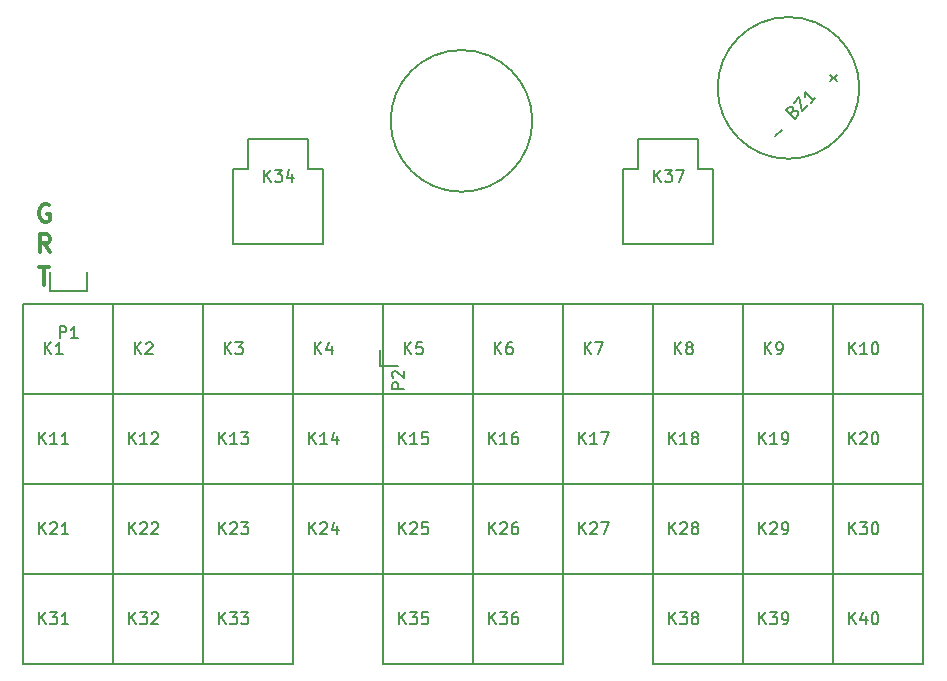
<source format=gbr>
G04 #@! TF.GenerationSoftware,KiCad,Pcbnew,5.0.2+dfsg1-1~bpo9+1*
G04 #@! TF.CreationDate,2021-02-20T06:45:01-05:00*
G04 #@! TF.ProjectId,vexas,76657861-732e-46b6-9963-61645f706362,rev?*
G04 #@! TF.SameCoordinates,Original*
G04 #@! TF.FileFunction,Legend,Top*
G04 #@! TF.FilePolarity,Positive*
%FSLAX46Y46*%
G04 Gerber Fmt 4.6, Leading zero omitted, Abs format (unit mm)*
G04 Created by KiCad (PCBNEW 5.0.2+dfsg1-1~bpo9+1) date Sat 20 Feb 2021 06:45:01 AM EST*
%MOMM*%
%LPD*%
G01*
G04 APERTURE LIST*
%ADD10C,0.300000*%
%ADD11C,0.150000*%
G04 APERTURE END LIST*
D10*
X176160857Y-71640000D02*
X176018000Y-71568571D01*
X175803714Y-71568571D01*
X175589428Y-71640000D01*
X175446571Y-71782857D01*
X175375142Y-71925714D01*
X175303714Y-72211428D01*
X175303714Y-72425714D01*
X175375142Y-72711428D01*
X175446571Y-72854285D01*
X175589428Y-72997142D01*
X175803714Y-73068571D01*
X175946571Y-73068571D01*
X176160857Y-72997142D01*
X176232285Y-72925714D01*
X176232285Y-72425714D01*
X175946571Y-72425714D01*
X175339428Y-76902571D02*
X176196571Y-76902571D01*
X175768000Y-78402571D02*
X175768000Y-76902571D01*
X176232285Y-75608571D02*
X175732285Y-74894285D01*
X175375142Y-75608571D02*
X175375142Y-74108571D01*
X175946571Y-74108571D01*
X176089428Y-74180000D01*
X176160857Y-74251428D01*
X176232285Y-74394285D01*
X176232285Y-74608571D01*
X176160857Y-74751428D01*
X176089428Y-74822857D01*
X175946571Y-74894285D01*
X175375142Y-74894285D01*
D11*
G04 #@! TO.C,BZ1*
X244760000Y-61722000D02*
G75*
G03X244760000Y-61722000I-6000000J0D01*
G01*
G04 #@! TO.C,BZ2*
X217074000Y-64516000D02*
G75*
G03X217074000Y-64516000I-6000000J0D01*
G01*
G04 #@! TO.C,P1*
X179350000Y-78893000D02*
X176250000Y-78893000D01*
X179350000Y-77343000D02*
X179350000Y-78893000D01*
X176250000Y-78893000D02*
X176250000Y-77343000D01*
G04 #@! TO.C,K37*
X224790000Y-74930000D02*
X232410000Y-74930000D01*
X232410000Y-74930000D02*
X232410000Y-68580000D01*
X232410000Y-68580000D02*
X231140000Y-68580000D01*
X231140000Y-68580000D02*
X231140000Y-66040000D01*
X231140000Y-66040000D02*
X226060000Y-66040000D01*
X226060000Y-66040000D02*
X226060000Y-68580000D01*
X226060000Y-68580000D02*
X224790000Y-68580000D01*
X224790000Y-68580000D02*
X224790000Y-74930000D01*
G04 #@! TO.C,K34*
X191770000Y-74930000D02*
X199390000Y-74930000D01*
X199390000Y-74930000D02*
X199390000Y-68580000D01*
X199390000Y-68580000D02*
X198120000Y-68580000D01*
X198120000Y-68580000D02*
X198120000Y-66040000D01*
X198120000Y-66040000D02*
X193040000Y-66040000D01*
X193040000Y-66040000D02*
X193040000Y-68580000D01*
X193040000Y-68580000D02*
X191770000Y-68580000D01*
X191770000Y-68580000D02*
X191770000Y-74930000D01*
G04 #@! TO.C,K11*
X173990000Y-87630000D02*
X181610000Y-87630000D01*
X181610000Y-87630000D02*
X181610000Y-95250000D01*
X181610000Y-95250000D02*
X173990000Y-95250000D01*
X173990000Y-95250000D02*
X173990000Y-87630000D01*
G04 #@! TO.C,K1*
X173990000Y-80010000D02*
X181610000Y-80010000D01*
X181610000Y-80010000D02*
X181610000Y-87630000D01*
X181610000Y-87630000D02*
X173990000Y-87630000D01*
X173990000Y-87630000D02*
X173990000Y-80010000D01*
G04 #@! TO.C,K2*
X181610000Y-80010000D02*
X189230000Y-80010000D01*
X189230000Y-80010000D02*
X189230000Y-87630000D01*
X189230000Y-87630000D02*
X181610000Y-87630000D01*
X181610000Y-87630000D02*
X181610000Y-80010000D01*
G04 #@! TO.C,K3*
X189230000Y-80010000D02*
X196850000Y-80010000D01*
X196850000Y-80010000D02*
X196850000Y-87630000D01*
X196850000Y-87630000D02*
X189230000Y-87630000D01*
X189230000Y-87630000D02*
X189230000Y-80010000D01*
G04 #@! TO.C,K4*
X196850000Y-80010000D02*
X204470000Y-80010000D01*
X204470000Y-80010000D02*
X204470000Y-87630000D01*
X204470000Y-87630000D02*
X196850000Y-87630000D01*
X196850000Y-87630000D02*
X196850000Y-80010000D01*
G04 #@! TO.C,K5*
X204470000Y-80010000D02*
X212090000Y-80010000D01*
X212090000Y-80010000D02*
X212090000Y-87630000D01*
X212090000Y-87630000D02*
X204470000Y-87630000D01*
X204470000Y-87630000D02*
X204470000Y-80010000D01*
G04 #@! TO.C,K6*
X212090000Y-80010000D02*
X219710000Y-80010000D01*
X219710000Y-80010000D02*
X219710000Y-87630000D01*
X219710000Y-87630000D02*
X212090000Y-87630000D01*
X212090000Y-87630000D02*
X212090000Y-80010000D01*
G04 #@! TO.C,K7*
X219710000Y-80010000D02*
X227330000Y-80010000D01*
X227330000Y-80010000D02*
X227330000Y-87630000D01*
X227330000Y-87630000D02*
X219710000Y-87630000D01*
X219710000Y-87630000D02*
X219710000Y-80010000D01*
G04 #@! TO.C,K8*
X227330000Y-80010000D02*
X234950000Y-80010000D01*
X234950000Y-80010000D02*
X234950000Y-87630000D01*
X234950000Y-87630000D02*
X227330000Y-87630000D01*
X227330000Y-87630000D02*
X227330000Y-80010000D01*
G04 #@! TO.C,K9*
X234950000Y-80010000D02*
X242570000Y-80010000D01*
X242570000Y-80010000D02*
X242570000Y-87630000D01*
X242570000Y-87630000D02*
X234950000Y-87630000D01*
X234950000Y-87630000D02*
X234950000Y-80010000D01*
G04 #@! TO.C,K10*
X242570000Y-80010000D02*
X250190000Y-80010000D01*
X250190000Y-80010000D02*
X250190000Y-87630000D01*
X250190000Y-87630000D02*
X242570000Y-87630000D01*
X242570000Y-87630000D02*
X242570000Y-80010000D01*
G04 #@! TO.C,K12*
X181610000Y-87630000D02*
X189230000Y-87630000D01*
X189230000Y-87630000D02*
X189230000Y-95250000D01*
X189230000Y-95250000D02*
X181610000Y-95250000D01*
X181610000Y-95250000D02*
X181610000Y-87630000D01*
G04 #@! TO.C,K13*
X189230000Y-87630000D02*
X196850000Y-87630000D01*
X196850000Y-87630000D02*
X196850000Y-95250000D01*
X196850000Y-95250000D02*
X189230000Y-95250000D01*
X189230000Y-95250000D02*
X189230000Y-87630000D01*
G04 #@! TO.C,K14*
X196850000Y-87630000D02*
X204470000Y-87630000D01*
X204470000Y-87630000D02*
X204470000Y-95250000D01*
X204470000Y-95250000D02*
X196850000Y-95250000D01*
X196850000Y-95250000D02*
X196850000Y-87630000D01*
G04 #@! TO.C,K15*
X204470000Y-87630000D02*
X212090000Y-87630000D01*
X212090000Y-87630000D02*
X212090000Y-95250000D01*
X212090000Y-95250000D02*
X204470000Y-95250000D01*
X204470000Y-95250000D02*
X204470000Y-87630000D01*
G04 #@! TO.C,K16*
X212090000Y-87630000D02*
X219710000Y-87630000D01*
X219710000Y-87630000D02*
X219710000Y-95250000D01*
X219710000Y-95250000D02*
X212090000Y-95250000D01*
X212090000Y-95250000D02*
X212090000Y-87630000D01*
G04 #@! TO.C,K17*
X219710000Y-87630000D02*
X227330000Y-87630000D01*
X227330000Y-87630000D02*
X227330000Y-95250000D01*
X227330000Y-95250000D02*
X219710000Y-95250000D01*
X219710000Y-95250000D02*
X219710000Y-87630000D01*
G04 #@! TO.C,K18*
X227330000Y-95250000D02*
X227330000Y-87630000D01*
X234950000Y-95250000D02*
X227330000Y-95250000D01*
X234950000Y-87630000D02*
X234950000Y-95250000D01*
X227330000Y-87630000D02*
X234950000Y-87630000D01*
G04 #@! TO.C,K19*
X234950000Y-95250000D02*
X234950000Y-87630000D01*
X242570000Y-95250000D02*
X234950000Y-95250000D01*
X242570000Y-87630000D02*
X242570000Y-95250000D01*
X234950000Y-87630000D02*
X242570000Y-87630000D01*
G04 #@! TO.C,K20*
X242570000Y-95250000D02*
X242570000Y-87630000D01*
X250190000Y-95250000D02*
X242570000Y-95250000D01*
X250190000Y-87630000D02*
X250190000Y-95250000D01*
X242570000Y-87630000D02*
X250190000Y-87630000D01*
G04 #@! TO.C,K21*
X173990000Y-95250000D02*
X181610000Y-95250000D01*
X181610000Y-95250000D02*
X181610000Y-102870000D01*
X181610000Y-102870000D02*
X173990000Y-102870000D01*
X173990000Y-102870000D02*
X173990000Y-95250000D01*
G04 #@! TO.C,K22*
X181610000Y-95250000D02*
X189230000Y-95250000D01*
X189230000Y-95250000D02*
X189230000Y-102870000D01*
X189230000Y-102870000D02*
X181610000Y-102870000D01*
X181610000Y-102870000D02*
X181610000Y-95250000D01*
G04 #@! TO.C,K23*
X189230000Y-95250000D02*
X196850000Y-95250000D01*
X196850000Y-95250000D02*
X196850000Y-102870000D01*
X196850000Y-102870000D02*
X189230000Y-102870000D01*
X189230000Y-102870000D02*
X189230000Y-95250000D01*
G04 #@! TO.C,K24*
X196850000Y-95250000D02*
X204470000Y-95250000D01*
X204470000Y-95250000D02*
X204470000Y-102870000D01*
X204470000Y-102870000D02*
X196850000Y-102870000D01*
X196850000Y-102870000D02*
X196850000Y-95250000D01*
G04 #@! TO.C,K25*
X204470000Y-95250000D02*
X212090000Y-95250000D01*
X212090000Y-95250000D02*
X212090000Y-102870000D01*
X212090000Y-102870000D02*
X204470000Y-102870000D01*
X204470000Y-102870000D02*
X204470000Y-95250000D01*
G04 #@! TO.C,K26*
X212090000Y-95250000D02*
X219710000Y-95250000D01*
X219710000Y-95250000D02*
X219710000Y-102870000D01*
X219710000Y-102870000D02*
X212090000Y-102870000D01*
X212090000Y-102870000D02*
X212090000Y-95250000D01*
G04 #@! TO.C,K27*
X219710000Y-95250000D02*
X227330000Y-95250000D01*
X227330000Y-95250000D02*
X227330000Y-102870000D01*
X227330000Y-102870000D02*
X219710000Y-102870000D01*
X219710000Y-102870000D02*
X219710000Y-95250000D01*
G04 #@! TO.C,K28*
X227330000Y-102870000D02*
X227330000Y-95250000D01*
X234950000Y-102870000D02*
X227330000Y-102870000D01*
X234950000Y-95250000D02*
X234950000Y-102870000D01*
X227330000Y-95250000D02*
X234950000Y-95250000D01*
G04 #@! TO.C,K29*
X234950000Y-102870000D02*
X234950000Y-95250000D01*
X242570000Y-102870000D02*
X234950000Y-102870000D01*
X242570000Y-95250000D02*
X242570000Y-102870000D01*
X234950000Y-95250000D02*
X242570000Y-95250000D01*
G04 #@! TO.C,K30*
X242570000Y-102870000D02*
X242570000Y-95250000D01*
X250190000Y-102870000D02*
X242570000Y-102870000D01*
X250190000Y-95250000D02*
X250190000Y-102870000D01*
X242570000Y-95250000D02*
X250190000Y-95250000D01*
G04 #@! TO.C,K31*
X173990000Y-102870000D02*
X181610000Y-102870000D01*
X181610000Y-102870000D02*
X181610000Y-110490000D01*
X181610000Y-110490000D02*
X173990000Y-110490000D01*
X173990000Y-110490000D02*
X173990000Y-102870000D01*
G04 #@! TO.C,K32*
X181610000Y-102870000D02*
X189230000Y-102870000D01*
X189230000Y-102870000D02*
X189230000Y-110490000D01*
X189230000Y-110490000D02*
X181610000Y-110490000D01*
X181610000Y-110490000D02*
X181610000Y-102870000D01*
G04 #@! TO.C,K33*
X189230000Y-102870000D02*
X196850000Y-102870000D01*
X196850000Y-102870000D02*
X196850000Y-110490000D01*
X196850000Y-110490000D02*
X189230000Y-110490000D01*
X189230000Y-110490000D02*
X189230000Y-102870000D01*
G04 #@! TO.C,K35*
X204470000Y-102870000D02*
X212090000Y-102870000D01*
X212090000Y-102870000D02*
X212090000Y-110490000D01*
X212090000Y-110490000D02*
X204470000Y-110490000D01*
X204470000Y-110490000D02*
X204470000Y-102870000D01*
G04 #@! TO.C,K36*
X212090000Y-102870000D02*
X219710000Y-102870000D01*
X219710000Y-102870000D02*
X219710000Y-110490000D01*
X219710000Y-110490000D02*
X212090000Y-110490000D01*
X212090000Y-110490000D02*
X212090000Y-102870000D01*
G04 #@! TO.C,K38*
X227330000Y-110490000D02*
X227330000Y-102870000D01*
X234950000Y-110490000D02*
X227330000Y-110490000D01*
X234950000Y-102870000D02*
X234950000Y-110490000D01*
X227330000Y-102870000D02*
X234950000Y-102870000D01*
G04 #@! TO.C,K39*
X234950000Y-110490000D02*
X234950000Y-102870000D01*
X242570000Y-110490000D02*
X234950000Y-110490000D01*
X242570000Y-102870000D02*
X242570000Y-110490000D01*
X234950000Y-102870000D02*
X242570000Y-102870000D01*
G04 #@! TO.C,K40*
X242570000Y-110490000D02*
X242570000Y-102870000D01*
X250190000Y-110490000D02*
X242570000Y-110490000D01*
X250190000Y-102870000D02*
X250190000Y-110490000D01*
X242570000Y-102870000D02*
X250190000Y-102870000D01*
G04 #@! TO.C,P2*
X204190000Y-85247000D02*
X205740000Y-85247000D01*
X204190000Y-83947000D02*
X204190000Y-85247000D01*
G04 #@! TO.C,BZ1*
X239148030Y-63707911D02*
X239282717Y-63640568D01*
X239350061Y-63640568D01*
X239451076Y-63674240D01*
X239552091Y-63775255D01*
X239585763Y-63876270D01*
X239585763Y-63943614D01*
X239552091Y-64044629D01*
X239282717Y-64314003D01*
X238575611Y-63606896D01*
X238811313Y-63371194D01*
X238912328Y-63337522D01*
X238979672Y-63337522D01*
X239080687Y-63371194D01*
X239148030Y-63438537D01*
X239181702Y-63539553D01*
X239181702Y-63606896D01*
X239148030Y-63707911D01*
X238912328Y-63943614D01*
X239215374Y-62967133D02*
X239686778Y-62495728D01*
X239922481Y-63674240D01*
X240393885Y-63202835D01*
X241033649Y-62563072D02*
X240629588Y-62967133D01*
X240831618Y-62765102D02*
X240124511Y-62057995D01*
X240158183Y-62226354D01*
X240158183Y-62361041D01*
X240124511Y-62462056D01*
X237643107Y-65813589D02*
X238181855Y-65274841D01*
X242312841Y-61143855D02*
X242851589Y-60605107D01*
X242851589Y-61143855D02*
X242312841Y-60605107D01*
G04 #@! TO.C,P1*
X177061904Y-82895380D02*
X177061904Y-81895380D01*
X177442857Y-81895380D01*
X177538095Y-81943000D01*
X177585714Y-81990619D01*
X177633333Y-82085857D01*
X177633333Y-82228714D01*
X177585714Y-82323952D01*
X177538095Y-82371571D01*
X177442857Y-82419190D01*
X177061904Y-82419190D01*
X178585714Y-82895380D02*
X178014285Y-82895380D01*
X178300000Y-82895380D02*
X178300000Y-81895380D01*
X178204761Y-82038238D01*
X178109523Y-82133476D01*
X178014285Y-82181095D01*
G04 #@! TO.C,K37*
X227385714Y-69667380D02*
X227385714Y-68667380D01*
X227957142Y-69667380D02*
X227528571Y-69095952D01*
X227957142Y-68667380D02*
X227385714Y-69238809D01*
X228290476Y-68667380D02*
X228909523Y-68667380D01*
X228576190Y-69048333D01*
X228719047Y-69048333D01*
X228814285Y-69095952D01*
X228861904Y-69143571D01*
X228909523Y-69238809D01*
X228909523Y-69476904D01*
X228861904Y-69572142D01*
X228814285Y-69619761D01*
X228719047Y-69667380D01*
X228433333Y-69667380D01*
X228338095Y-69619761D01*
X228290476Y-69572142D01*
X229242857Y-68667380D02*
X229909523Y-68667380D01*
X229480952Y-69667380D01*
G04 #@! TO.C,K34*
X194365714Y-69667380D02*
X194365714Y-68667380D01*
X194937142Y-69667380D02*
X194508571Y-69095952D01*
X194937142Y-68667380D02*
X194365714Y-69238809D01*
X195270476Y-68667380D02*
X195889523Y-68667380D01*
X195556190Y-69048333D01*
X195699047Y-69048333D01*
X195794285Y-69095952D01*
X195841904Y-69143571D01*
X195889523Y-69238809D01*
X195889523Y-69476904D01*
X195841904Y-69572142D01*
X195794285Y-69619761D01*
X195699047Y-69667380D01*
X195413333Y-69667380D01*
X195318095Y-69619761D01*
X195270476Y-69572142D01*
X196746666Y-69000714D02*
X196746666Y-69667380D01*
X196508571Y-68619761D02*
X196270476Y-69334047D01*
X196889523Y-69334047D01*
G04 #@! TO.C,K11*
X175315714Y-91892380D02*
X175315714Y-90892380D01*
X175887142Y-91892380D02*
X175458571Y-91320952D01*
X175887142Y-90892380D02*
X175315714Y-91463809D01*
X176839523Y-91892380D02*
X176268095Y-91892380D01*
X176553809Y-91892380D02*
X176553809Y-90892380D01*
X176458571Y-91035238D01*
X176363333Y-91130476D01*
X176268095Y-91178095D01*
X177791904Y-91892380D02*
X177220476Y-91892380D01*
X177506190Y-91892380D02*
X177506190Y-90892380D01*
X177410952Y-91035238D01*
X177315714Y-91130476D01*
X177220476Y-91178095D01*
G04 #@! TO.C,K1*
X175791904Y-84272380D02*
X175791904Y-83272380D01*
X176363333Y-84272380D02*
X175934761Y-83700952D01*
X176363333Y-83272380D02*
X175791904Y-83843809D01*
X177315714Y-84272380D02*
X176744285Y-84272380D01*
X177030000Y-84272380D02*
X177030000Y-83272380D01*
X176934761Y-83415238D01*
X176839523Y-83510476D01*
X176744285Y-83558095D01*
G04 #@! TO.C,K2*
X183411904Y-84272380D02*
X183411904Y-83272380D01*
X183983333Y-84272380D02*
X183554761Y-83700952D01*
X183983333Y-83272380D02*
X183411904Y-83843809D01*
X184364285Y-83367619D02*
X184411904Y-83320000D01*
X184507142Y-83272380D01*
X184745238Y-83272380D01*
X184840476Y-83320000D01*
X184888095Y-83367619D01*
X184935714Y-83462857D01*
X184935714Y-83558095D01*
X184888095Y-83700952D01*
X184316666Y-84272380D01*
X184935714Y-84272380D01*
G04 #@! TO.C,K3*
X191031904Y-84272380D02*
X191031904Y-83272380D01*
X191603333Y-84272380D02*
X191174761Y-83700952D01*
X191603333Y-83272380D02*
X191031904Y-83843809D01*
X191936666Y-83272380D02*
X192555714Y-83272380D01*
X192222380Y-83653333D01*
X192365238Y-83653333D01*
X192460476Y-83700952D01*
X192508095Y-83748571D01*
X192555714Y-83843809D01*
X192555714Y-84081904D01*
X192508095Y-84177142D01*
X192460476Y-84224761D01*
X192365238Y-84272380D01*
X192079523Y-84272380D01*
X191984285Y-84224761D01*
X191936666Y-84177142D01*
G04 #@! TO.C,K4*
X198651904Y-84272380D02*
X198651904Y-83272380D01*
X199223333Y-84272380D02*
X198794761Y-83700952D01*
X199223333Y-83272380D02*
X198651904Y-83843809D01*
X200080476Y-83605714D02*
X200080476Y-84272380D01*
X199842380Y-83224761D02*
X199604285Y-83939047D01*
X200223333Y-83939047D01*
G04 #@! TO.C,K5*
X206271904Y-84272380D02*
X206271904Y-83272380D01*
X206843333Y-84272380D02*
X206414761Y-83700952D01*
X206843333Y-83272380D02*
X206271904Y-83843809D01*
X207748095Y-83272380D02*
X207271904Y-83272380D01*
X207224285Y-83748571D01*
X207271904Y-83700952D01*
X207367142Y-83653333D01*
X207605238Y-83653333D01*
X207700476Y-83700952D01*
X207748095Y-83748571D01*
X207795714Y-83843809D01*
X207795714Y-84081904D01*
X207748095Y-84177142D01*
X207700476Y-84224761D01*
X207605238Y-84272380D01*
X207367142Y-84272380D01*
X207271904Y-84224761D01*
X207224285Y-84177142D01*
G04 #@! TO.C,K6*
X213891904Y-84272380D02*
X213891904Y-83272380D01*
X214463333Y-84272380D02*
X214034761Y-83700952D01*
X214463333Y-83272380D02*
X213891904Y-83843809D01*
X215320476Y-83272380D02*
X215130000Y-83272380D01*
X215034761Y-83320000D01*
X214987142Y-83367619D01*
X214891904Y-83510476D01*
X214844285Y-83700952D01*
X214844285Y-84081904D01*
X214891904Y-84177142D01*
X214939523Y-84224761D01*
X215034761Y-84272380D01*
X215225238Y-84272380D01*
X215320476Y-84224761D01*
X215368095Y-84177142D01*
X215415714Y-84081904D01*
X215415714Y-83843809D01*
X215368095Y-83748571D01*
X215320476Y-83700952D01*
X215225238Y-83653333D01*
X215034761Y-83653333D01*
X214939523Y-83700952D01*
X214891904Y-83748571D01*
X214844285Y-83843809D01*
G04 #@! TO.C,K7*
X221511904Y-84272380D02*
X221511904Y-83272380D01*
X222083333Y-84272380D02*
X221654761Y-83700952D01*
X222083333Y-83272380D02*
X221511904Y-83843809D01*
X222416666Y-83272380D02*
X223083333Y-83272380D01*
X222654761Y-84272380D01*
G04 #@! TO.C,K8*
X229131904Y-84272380D02*
X229131904Y-83272380D01*
X229703333Y-84272380D02*
X229274761Y-83700952D01*
X229703333Y-83272380D02*
X229131904Y-83843809D01*
X230274761Y-83700952D02*
X230179523Y-83653333D01*
X230131904Y-83605714D01*
X230084285Y-83510476D01*
X230084285Y-83462857D01*
X230131904Y-83367619D01*
X230179523Y-83320000D01*
X230274761Y-83272380D01*
X230465238Y-83272380D01*
X230560476Y-83320000D01*
X230608095Y-83367619D01*
X230655714Y-83462857D01*
X230655714Y-83510476D01*
X230608095Y-83605714D01*
X230560476Y-83653333D01*
X230465238Y-83700952D01*
X230274761Y-83700952D01*
X230179523Y-83748571D01*
X230131904Y-83796190D01*
X230084285Y-83891428D01*
X230084285Y-84081904D01*
X230131904Y-84177142D01*
X230179523Y-84224761D01*
X230274761Y-84272380D01*
X230465238Y-84272380D01*
X230560476Y-84224761D01*
X230608095Y-84177142D01*
X230655714Y-84081904D01*
X230655714Y-83891428D01*
X230608095Y-83796190D01*
X230560476Y-83748571D01*
X230465238Y-83700952D01*
G04 #@! TO.C,K9*
X236751904Y-84272380D02*
X236751904Y-83272380D01*
X237323333Y-84272380D02*
X236894761Y-83700952D01*
X237323333Y-83272380D02*
X236751904Y-83843809D01*
X237799523Y-84272380D02*
X237990000Y-84272380D01*
X238085238Y-84224761D01*
X238132857Y-84177142D01*
X238228095Y-84034285D01*
X238275714Y-83843809D01*
X238275714Y-83462857D01*
X238228095Y-83367619D01*
X238180476Y-83320000D01*
X238085238Y-83272380D01*
X237894761Y-83272380D01*
X237799523Y-83320000D01*
X237751904Y-83367619D01*
X237704285Y-83462857D01*
X237704285Y-83700952D01*
X237751904Y-83796190D01*
X237799523Y-83843809D01*
X237894761Y-83891428D01*
X238085238Y-83891428D01*
X238180476Y-83843809D01*
X238228095Y-83796190D01*
X238275714Y-83700952D01*
G04 #@! TO.C,K10*
X243895714Y-84272380D02*
X243895714Y-83272380D01*
X244467142Y-84272380D02*
X244038571Y-83700952D01*
X244467142Y-83272380D02*
X243895714Y-83843809D01*
X245419523Y-84272380D02*
X244848095Y-84272380D01*
X245133809Y-84272380D02*
X245133809Y-83272380D01*
X245038571Y-83415238D01*
X244943333Y-83510476D01*
X244848095Y-83558095D01*
X246038571Y-83272380D02*
X246133809Y-83272380D01*
X246229047Y-83320000D01*
X246276666Y-83367619D01*
X246324285Y-83462857D01*
X246371904Y-83653333D01*
X246371904Y-83891428D01*
X246324285Y-84081904D01*
X246276666Y-84177142D01*
X246229047Y-84224761D01*
X246133809Y-84272380D01*
X246038571Y-84272380D01*
X245943333Y-84224761D01*
X245895714Y-84177142D01*
X245848095Y-84081904D01*
X245800476Y-83891428D01*
X245800476Y-83653333D01*
X245848095Y-83462857D01*
X245895714Y-83367619D01*
X245943333Y-83320000D01*
X246038571Y-83272380D01*
G04 #@! TO.C,K12*
X182935714Y-91892380D02*
X182935714Y-90892380D01*
X183507142Y-91892380D02*
X183078571Y-91320952D01*
X183507142Y-90892380D02*
X182935714Y-91463809D01*
X184459523Y-91892380D02*
X183888095Y-91892380D01*
X184173809Y-91892380D02*
X184173809Y-90892380D01*
X184078571Y-91035238D01*
X183983333Y-91130476D01*
X183888095Y-91178095D01*
X184840476Y-90987619D02*
X184888095Y-90940000D01*
X184983333Y-90892380D01*
X185221428Y-90892380D01*
X185316666Y-90940000D01*
X185364285Y-90987619D01*
X185411904Y-91082857D01*
X185411904Y-91178095D01*
X185364285Y-91320952D01*
X184792857Y-91892380D01*
X185411904Y-91892380D01*
G04 #@! TO.C,K13*
X190555714Y-91892380D02*
X190555714Y-90892380D01*
X191127142Y-91892380D02*
X190698571Y-91320952D01*
X191127142Y-90892380D02*
X190555714Y-91463809D01*
X192079523Y-91892380D02*
X191508095Y-91892380D01*
X191793809Y-91892380D02*
X191793809Y-90892380D01*
X191698571Y-91035238D01*
X191603333Y-91130476D01*
X191508095Y-91178095D01*
X192412857Y-90892380D02*
X193031904Y-90892380D01*
X192698571Y-91273333D01*
X192841428Y-91273333D01*
X192936666Y-91320952D01*
X192984285Y-91368571D01*
X193031904Y-91463809D01*
X193031904Y-91701904D01*
X192984285Y-91797142D01*
X192936666Y-91844761D01*
X192841428Y-91892380D01*
X192555714Y-91892380D01*
X192460476Y-91844761D01*
X192412857Y-91797142D01*
G04 #@! TO.C,K14*
X198175714Y-91892380D02*
X198175714Y-90892380D01*
X198747142Y-91892380D02*
X198318571Y-91320952D01*
X198747142Y-90892380D02*
X198175714Y-91463809D01*
X199699523Y-91892380D02*
X199128095Y-91892380D01*
X199413809Y-91892380D02*
X199413809Y-90892380D01*
X199318571Y-91035238D01*
X199223333Y-91130476D01*
X199128095Y-91178095D01*
X200556666Y-91225714D02*
X200556666Y-91892380D01*
X200318571Y-90844761D02*
X200080476Y-91559047D01*
X200699523Y-91559047D01*
G04 #@! TO.C,K15*
X205795714Y-91892380D02*
X205795714Y-90892380D01*
X206367142Y-91892380D02*
X205938571Y-91320952D01*
X206367142Y-90892380D02*
X205795714Y-91463809D01*
X207319523Y-91892380D02*
X206748095Y-91892380D01*
X207033809Y-91892380D02*
X207033809Y-90892380D01*
X206938571Y-91035238D01*
X206843333Y-91130476D01*
X206748095Y-91178095D01*
X208224285Y-90892380D02*
X207748095Y-90892380D01*
X207700476Y-91368571D01*
X207748095Y-91320952D01*
X207843333Y-91273333D01*
X208081428Y-91273333D01*
X208176666Y-91320952D01*
X208224285Y-91368571D01*
X208271904Y-91463809D01*
X208271904Y-91701904D01*
X208224285Y-91797142D01*
X208176666Y-91844761D01*
X208081428Y-91892380D01*
X207843333Y-91892380D01*
X207748095Y-91844761D01*
X207700476Y-91797142D01*
G04 #@! TO.C,K16*
X213415714Y-91892380D02*
X213415714Y-90892380D01*
X213987142Y-91892380D02*
X213558571Y-91320952D01*
X213987142Y-90892380D02*
X213415714Y-91463809D01*
X214939523Y-91892380D02*
X214368095Y-91892380D01*
X214653809Y-91892380D02*
X214653809Y-90892380D01*
X214558571Y-91035238D01*
X214463333Y-91130476D01*
X214368095Y-91178095D01*
X215796666Y-90892380D02*
X215606190Y-90892380D01*
X215510952Y-90940000D01*
X215463333Y-90987619D01*
X215368095Y-91130476D01*
X215320476Y-91320952D01*
X215320476Y-91701904D01*
X215368095Y-91797142D01*
X215415714Y-91844761D01*
X215510952Y-91892380D01*
X215701428Y-91892380D01*
X215796666Y-91844761D01*
X215844285Y-91797142D01*
X215891904Y-91701904D01*
X215891904Y-91463809D01*
X215844285Y-91368571D01*
X215796666Y-91320952D01*
X215701428Y-91273333D01*
X215510952Y-91273333D01*
X215415714Y-91320952D01*
X215368095Y-91368571D01*
X215320476Y-91463809D01*
G04 #@! TO.C,K17*
X221035714Y-91892380D02*
X221035714Y-90892380D01*
X221607142Y-91892380D02*
X221178571Y-91320952D01*
X221607142Y-90892380D02*
X221035714Y-91463809D01*
X222559523Y-91892380D02*
X221988095Y-91892380D01*
X222273809Y-91892380D02*
X222273809Y-90892380D01*
X222178571Y-91035238D01*
X222083333Y-91130476D01*
X221988095Y-91178095D01*
X222892857Y-90892380D02*
X223559523Y-90892380D01*
X223130952Y-91892380D01*
G04 #@! TO.C,K18*
X228655714Y-91892380D02*
X228655714Y-90892380D01*
X229227142Y-91892380D02*
X228798571Y-91320952D01*
X229227142Y-90892380D02*
X228655714Y-91463809D01*
X230179523Y-91892380D02*
X229608095Y-91892380D01*
X229893809Y-91892380D02*
X229893809Y-90892380D01*
X229798571Y-91035238D01*
X229703333Y-91130476D01*
X229608095Y-91178095D01*
X230750952Y-91320952D02*
X230655714Y-91273333D01*
X230608095Y-91225714D01*
X230560476Y-91130476D01*
X230560476Y-91082857D01*
X230608095Y-90987619D01*
X230655714Y-90940000D01*
X230750952Y-90892380D01*
X230941428Y-90892380D01*
X231036666Y-90940000D01*
X231084285Y-90987619D01*
X231131904Y-91082857D01*
X231131904Y-91130476D01*
X231084285Y-91225714D01*
X231036666Y-91273333D01*
X230941428Y-91320952D01*
X230750952Y-91320952D01*
X230655714Y-91368571D01*
X230608095Y-91416190D01*
X230560476Y-91511428D01*
X230560476Y-91701904D01*
X230608095Y-91797142D01*
X230655714Y-91844761D01*
X230750952Y-91892380D01*
X230941428Y-91892380D01*
X231036666Y-91844761D01*
X231084285Y-91797142D01*
X231131904Y-91701904D01*
X231131904Y-91511428D01*
X231084285Y-91416190D01*
X231036666Y-91368571D01*
X230941428Y-91320952D01*
G04 #@! TO.C,K19*
X236275714Y-91892380D02*
X236275714Y-90892380D01*
X236847142Y-91892380D02*
X236418571Y-91320952D01*
X236847142Y-90892380D02*
X236275714Y-91463809D01*
X237799523Y-91892380D02*
X237228095Y-91892380D01*
X237513809Y-91892380D02*
X237513809Y-90892380D01*
X237418571Y-91035238D01*
X237323333Y-91130476D01*
X237228095Y-91178095D01*
X238275714Y-91892380D02*
X238466190Y-91892380D01*
X238561428Y-91844761D01*
X238609047Y-91797142D01*
X238704285Y-91654285D01*
X238751904Y-91463809D01*
X238751904Y-91082857D01*
X238704285Y-90987619D01*
X238656666Y-90940000D01*
X238561428Y-90892380D01*
X238370952Y-90892380D01*
X238275714Y-90940000D01*
X238228095Y-90987619D01*
X238180476Y-91082857D01*
X238180476Y-91320952D01*
X238228095Y-91416190D01*
X238275714Y-91463809D01*
X238370952Y-91511428D01*
X238561428Y-91511428D01*
X238656666Y-91463809D01*
X238704285Y-91416190D01*
X238751904Y-91320952D01*
G04 #@! TO.C,K20*
X243895714Y-91892380D02*
X243895714Y-90892380D01*
X244467142Y-91892380D02*
X244038571Y-91320952D01*
X244467142Y-90892380D02*
X243895714Y-91463809D01*
X244848095Y-90987619D02*
X244895714Y-90940000D01*
X244990952Y-90892380D01*
X245229047Y-90892380D01*
X245324285Y-90940000D01*
X245371904Y-90987619D01*
X245419523Y-91082857D01*
X245419523Y-91178095D01*
X245371904Y-91320952D01*
X244800476Y-91892380D01*
X245419523Y-91892380D01*
X246038571Y-90892380D02*
X246133809Y-90892380D01*
X246229047Y-90940000D01*
X246276666Y-90987619D01*
X246324285Y-91082857D01*
X246371904Y-91273333D01*
X246371904Y-91511428D01*
X246324285Y-91701904D01*
X246276666Y-91797142D01*
X246229047Y-91844761D01*
X246133809Y-91892380D01*
X246038571Y-91892380D01*
X245943333Y-91844761D01*
X245895714Y-91797142D01*
X245848095Y-91701904D01*
X245800476Y-91511428D01*
X245800476Y-91273333D01*
X245848095Y-91082857D01*
X245895714Y-90987619D01*
X245943333Y-90940000D01*
X246038571Y-90892380D01*
G04 #@! TO.C,K21*
X175315714Y-99512380D02*
X175315714Y-98512380D01*
X175887142Y-99512380D02*
X175458571Y-98940952D01*
X175887142Y-98512380D02*
X175315714Y-99083809D01*
X176268095Y-98607619D02*
X176315714Y-98560000D01*
X176410952Y-98512380D01*
X176649047Y-98512380D01*
X176744285Y-98560000D01*
X176791904Y-98607619D01*
X176839523Y-98702857D01*
X176839523Y-98798095D01*
X176791904Y-98940952D01*
X176220476Y-99512380D01*
X176839523Y-99512380D01*
X177791904Y-99512380D02*
X177220476Y-99512380D01*
X177506190Y-99512380D02*
X177506190Y-98512380D01*
X177410952Y-98655238D01*
X177315714Y-98750476D01*
X177220476Y-98798095D01*
G04 #@! TO.C,K22*
X182935714Y-99512380D02*
X182935714Y-98512380D01*
X183507142Y-99512380D02*
X183078571Y-98940952D01*
X183507142Y-98512380D02*
X182935714Y-99083809D01*
X183888095Y-98607619D02*
X183935714Y-98560000D01*
X184030952Y-98512380D01*
X184269047Y-98512380D01*
X184364285Y-98560000D01*
X184411904Y-98607619D01*
X184459523Y-98702857D01*
X184459523Y-98798095D01*
X184411904Y-98940952D01*
X183840476Y-99512380D01*
X184459523Y-99512380D01*
X184840476Y-98607619D02*
X184888095Y-98560000D01*
X184983333Y-98512380D01*
X185221428Y-98512380D01*
X185316666Y-98560000D01*
X185364285Y-98607619D01*
X185411904Y-98702857D01*
X185411904Y-98798095D01*
X185364285Y-98940952D01*
X184792857Y-99512380D01*
X185411904Y-99512380D01*
G04 #@! TO.C,K23*
X190555714Y-99512380D02*
X190555714Y-98512380D01*
X191127142Y-99512380D02*
X190698571Y-98940952D01*
X191127142Y-98512380D02*
X190555714Y-99083809D01*
X191508095Y-98607619D02*
X191555714Y-98560000D01*
X191650952Y-98512380D01*
X191889047Y-98512380D01*
X191984285Y-98560000D01*
X192031904Y-98607619D01*
X192079523Y-98702857D01*
X192079523Y-98798095D01*
X192031904Y-98940952D01*
X191460476Y-99512380D01*
X192079523Y-99512380D01*
X192412857Y-98512380D02*
X193031904Y-98512380D01*
X192698571Y-98893333D01*
X192841428Y-98893333D01*
X192936666Y-98940952D01*
X192984285Y-98988571D01*
X193031904Y-99083809D01*
X193031904Y-99321904D01*
X192984285Y-99417142D01*
X192936666Y-99464761D01*
X192841428Y-99512380D01*
X192555714Y-99512380D01*
X192460476Y-99464761D01*
X192412857Y-99417142D01*
G04 #@! TO.C,K24*
X198175714Y-99512380D02*
X198175714Y-98512380D01*
X198747142Y-99512380D02*
X198318571Y-98940952D01*
X198747142Y-98512380D02*
X198175714Y-99083809D01*
X199128095Y-98607619D02*
X199175714Y-98560000D01*
X199270952Y-98512380D01*
X199509047Y-98512380D01*
X199604285Y-98560000D01*
X199651904Y-98607619D01*
X199699523Y-98702857D01*
X199699523Y-98798095D01*
X199651904Y-98940952D01*
X199080476Y-99512380D01*
X199699523Y-99512380D01*
X200556666Y-98845714D02*
X200556666Y-99512380D01*
X200318571Y-98464761D02*
X200080476Y-99179047D01*
X200699523Y-99179047D01*
G04 #@! TO.C,K25*
X205795714Y-99512380D02*
X205795714Y-98512380D01*
X206367142Y-99512380D02*
X205938571Y-98940952D01*
X206367142Y-98512380D02*
X205795714Y-99083809D01*
X206748095Y-98607619D02*
X206795714Y-98560000D01*
X206890952Y-98512380D01*
X207129047Y-98512380D01*
X207224285Y-98560000D01*
X207271904Y-98607619D01*
X207319523Y-98702857D01*
X207319523Y-98798095D01*
X207271904Y-98940952D01*
X206700476Y-99512380D01*
X207319523Y-99512380D01*
X208224285Y-98512380D02*
X207748095Y-98512380D01*
X207700476Y-98988571D01*
X207748095Y-98940952D01*
X207843333Y-98893333D01*
X208081428Y-98893333D01*
X208176666Y-98940952D01*
X208224285Y-98988571D01*
X208271904Y-99083809D01*
X208271904Y-99321904D01*
X208224285Y-99417142D01*
X208176666Y-99464761D01*
X208081428Y-99512380D01*
X207843333Y-99512380D01*
X207748095Y-99464761D01*
X207700476Y-99417142D01*
G04 #@! TO.C,K26*
X213415714Y-99512380D02*
X213415714Y-98512380D01*
X213987142Y-99512380D02*
X213558571Y-98940952D01*
X213987142Y-98512380D02*
X213415714Y-99083809D01*
X214368095Y-98607619D02*
X214415714Y-98560000D01*
X214510952Y-98512380D01*
X214749047Y-98512380D01*
X214844285Y-98560000D01*
X214891904Y-98607619D01*
X214939523Y-98702857D01*
X214939523Y-98798095D01*
X214891904Y-98940952D01*
X214320476Y-99512380D01*
X214939523Y-99512380D01*
X215796666Y-98512380D02*
X215606190Y-98512380D01*
X215510952Y-98560000D01*
X215463333Y-98607619D01*
X215368095Y-98750476D01*
X215320476Y-98940952D01*
X215320476Y-99321904D01*
X215368095Y-99417142D01*
X215415714Y-99464761D01*
X215510952Y-99512380D01*
X215701428Y-99512380D01*
X215796666Y-99464761D01*
X215844285Y-99417142D01*
X215891904Y-99321904D01*
X215891904Y-99083809D01*
X215844285Y-98988571D01*
X215796666Y-98940952D01*
X215701428Y-98893333D01*
X215510952Y-98893333D01*
X215415714Y-98940952D01*
X215368095Y-98988571D01*
X215320476Y-99083809D01*
G04 #@! TO.C,K27*
X221035714Y-99512380D02*
X221035714Y-98512380D01*
X221607142Y-99512380D02*
X221178571Y-98940952D01*
X221607142Y-98512380D02*
X221035714Y-99083809D01*
X221988095Y-98607619D02*
X222035714Y-98560000D01*
X222130952Y-98512380D01*
X222369047Y-98512380D01*
X222464285Y-98560000D01*
X222511904Y-98607619D01*
X222559523Y-98702857D01*
X222559523Y-98798095D01*
X222511904Y-98940952D01*
X221940476Y-99512380D01*
X222559523Y-99512380D01*
X222892857Y-98512380D02*
X223559523Y-98512380D01*
X223130952Y-99512380D01*
G04 #@! TO.C,K28*
X228655714Y-99512380D02*
X228655714Y-98512380D01*
X229227142Y-99512380D02*
X228798571Y-98940952D01*
X229227142Y-98512380D02*
X228655714Y-99083809D01*
X229608095Y-98607619D02*
X229655714Y-98560000D01*
X229750952Y-98512380D01*
X229989047Y-98512380D01*
X230084285Y-98560000D01*
X230131904Y-98607619D01*
X230179523Y-98702857D01*
X230179523Y-98798095D01*
X230131904Y-98940952D01*
X229560476Y-99512380D01*
X230179523Y-99512380D01*
X230750952Y-98940952D02*
X230655714Y-98893333D01*
X230608095Y-98845714D01*
X230560476Y-98750476D01*
X230560476Y-98702857D01*
X230608095Y-98607619D01*
X230655714Y-98560000D01*
X230750952Y-98512380D01*
X230941428Y-98512380D01*
X231036666Y-98560000D01*
X231084285Y-98607619D01*
X231131904Y-98702857D01*
X231131904Y-98750476D01*
X231084285Y-98845714D01*
X231036666Y-98893333D01*
X230941428Y-98940952D01*
X230750952Y-98940952D01*
X230655714Y-98988571D01*
X230608095Y-99036190D01*
X230560476Y-99131428D01*
X230560476Y-99321904D01*
X230608095Y-99417142D01*
X230655714Y-99464761D01*
X230750952Y-99512380D01*
X230941428Y-99512380D01*
X231036666Y-99464761D01*
X231084285Y-99417142D01*
X231131904Y-99321904D01*
X231131904Y-99131428D01*
X231084285Y-99036190D01*
X231036666Y-98988571D01*
X230941428Y-98940952D01*
G04 #@! TO.C,K29*
X236275714Y-99512380D02*
X236275714Y-98512380D01*
X236847142Y-99512380D02*
X236418571Y-98940952D01*
X236847142Y-98512380D02*
X236275714Y-99083809D01*
X237228095Y-98607619D02*
X237275714Y-98560000D01*
X237370952Y-98512380D01*
X237609047Y-98512380D01*
X237704285Y-98560000D01*
X237751904Y-98607619D01*
X237799523Y-98702857D01*
X237799523Y-98798095D01*
X237751904Y-98940952D01*
X237180476Y-99512380D01*
X237799523Y-99512380D01*
X238275714Y-99512380D02*
X238466190Y-99512380D01*
X238561428Y-99464761D01*
X238609047Y-99417142D01*
X238704285Y-99274285D01*
X238751904Y-99083809D01*
X238751904Y-98702857D01*
X238704285Y-98607619D01*
X238656666Y-98560000D01*
X238561428Y-98512380D01*
X238370952Y-98512380D01*
X238275714Y-98560000D01*
X238228095Y-98607619D01*
X238180476Y-98702857D01*
X238180476Y-98940952D01*
X238228095Y-99036190D01*
X238275714Y-99083809D01*
X238370952Y-99131428D01*
X238561428Y-99131428D01*
X238656666Y-99083809D01*
X238704285Y-99036190D01*
X238751904Y-98940952D01*
G04 #@! TO.C,K30*
X243895714Y-99512380D02*
X243895714Y-98512380D01*
X244467142Y-99512380D02*
X244038571Y-98940952D01*
X244467142Y-98512380D02*
X243895714Y-99083809D01*
X244800476Y-98512380D02*
X245419523Y-98512380D01*
X245086190Y-98893333D01*
X245229047Y-98893333D01*
X245324285Y-98940952D01*
X245371904Y-98988571D01*
X245419523Y-99083809D01*
X245419523Y-99321904D01*
X245371904Y-99417142D01*
X245324285Y-99464761D01*
X245229047Y-99512380D01*
X244943333Y-99512380D01*
X244848095Y-99464761D01*
X244800476Y-99417142D01*
X246038571Y-98512380D02*
X246133809Y-98512380D01*
X246229047Y-98560000D01*
X246276666Y-98607619D01*
X246324285Y-98702857D01*
X246371904Y-98893333D01*
X246371904Y-99131428D01*
X246324285Y-99321904D01*
X246276666Y-99417142D01*
X246229047Y-99464761D01*
X246133809Y-99512380D01*
X246038571Y-99512380D01*
X245943333Y-99464761D01*
X245895714Y-99417142D01*
X245848095Y-99321904D01*
X245800476Y-99131428D01*
X245800476Y-98893333D01*
X245848095Y-98702857D01*
X245895714Y-98607619D01*
X245943333Y-98560000D01*
X246038571Y-98512380D01*
G04 #@! TO.C,K31*
X175315714Y-107132380D02*
X175315714Y-106132380D01*
X175887142Y-107132380D02*
X175458571Y-106560952D01*
X175887142Y-106132380D02*
X175315714Y-106703809D01*
X176220476Y-106132380D02*
X176839523Y-106132380D01*
X176506190Y-106513333D01*
X176649047Y-106513333D01*
X176744285Y-106560952D01*
X176791904Y-106608571D01*
X176839523Y-106703809D01*
X176839523Y-106941904D01*
X176791904Y-107037142D01*
X176744285Y-107084761D01*
X176649047Y-107132380D01*
X176363333Y-107132380D01*
X176268095Y-107084761D01*
X176220476Y-107037142D01*
X177791904Y-107132380D02*
X177220476Y-107132380D01*
X177506190Y-107132380D02*
X177506190Y-106132380D01*
X177410952Y-106275238D01*
X177315714Y-106370476D01*
X177220476Y-106418095D01*
G04 #@! TO.C,K32*
X182935714Y-107132380D02*
X182935714Y-106132380D01*
X183507142Y-107132380D02*
X183078571Y-106560952D01*
X183507142Y-106132380D02*
X182935714Y-106703809D01*
X183840476Y-106132380D02*
X184459523Y-106132380D01*
X184126190Y-106513333D01*
X184269047Y-106513333D01*
X184364285Y-106560952D01*
X184411904Y-106608571D01*
X184459523Y-106703809D01*
X184459523Y-106941904D01*
X184411904Y-107037142D01*
X184364285Y-107084761D01*
X184269047Y-107132380D01*
X183983333Y-107132380D01*
X183888095Y-107084761D01*
X183840476Y-107037142D01*
X184840476Y-106227619D02*
X184888095Y-106180000D01*
X184983333Y-106132380D01*
X185221428Y-106132380D01*
X185316666Y-106180000D01*
X185364285Y-106227619D01*
X185411904Y-106322857D01*
X185411904Y-106418095D01*
X185364285Y-106560952D01*
X184792857Y-107132380D01*
X185411904Y-107132380D01*
G04 #@! TO.C,K33*
X190555714Y-107132380D02*
X190555714Y-106132380D01*
X191127142Y-107132380D02*
X190698571Y-106560952D01*
X191127142Y-106132380D02*
X190555714Y-106703809D01*
X191460476Y-106132380D02*
X192079523Y-106132380D01*
X191746190Y-106513333D01*
X191889047Y-106513333D01*
X191984285Y-106560952D01*
X192031904Y-106608571D01*
X192079523Y-106703809D01*
X192079523Y-106941904D01*
X192031904Y-107037142D01*
X191984285Y-107084761D01*
X191889047Y-107132380D01*
X191603333Y-107132380D01*
X191508095Y-107084761D01*
X191460476Y-107037142D01*
X192412857Y-106132380D02*
X193031904Y-106132380D01*
X192698571Y-106513333D01*
X192841428Y-106513333D01*
X192936666Y-106560952D01*
X192984285Y-106608571D01*
X193031904Y-106703809D01*
X193031904Y-106941904D01*
X192984285Y-107037142D01*
X192936666Y-107084761D01*
X192841428Y-107132380D01*
X192555714Y-107132380D01*
X192460476Y-107084761D01*
X192412857Y-107037142D01*
G04 #@! TO.C,K35*
X205795714Y-107132380D02*
X205795714Y-106132380D01*
X206367142Y-107132380D02*
X205938571Y-106560952D01*
X206367142Y-106132380D02*
X205795714Y-106703809D01*
X206700476Y-106132380D02*
X207319523Y-106132380D01*
X206986190Y-106513333D01*
X207129047Y-106513333D01*
X207224285Y-106560952D01*
X207271904Y-106608571D01*
X207319523Y-106703809D01*
X207319523Y-106941904D01*
X207271904Y-107037142D01*
X207224285Y-107084761D01*
X207129047Y-107132380D01*
X206843333Y-107132380D01*
X206748095Y-107084761D01*
X206700476Y-107037142D01*
X208224285Y-106132380D02*
X207748095Y-106132380D01*
X207700476Y-106608571D01*
X207748095Y-106560952D01*
X207843333Y-106513333D01*
X208081428Y-106513333D01*
X208176666Y-106560952D01*
X208224285Y-106608571D01*
X208271904Y-106703809D01*
X208271904Y-106941904D01*
X208224285Y-107037142D01*
X208176666Y-107084761D01*
X208081428Y-107132380D01*
X207843333Y-107132380D01*
X207748095Y-107084761D01*
X207700476Y-107037142D01*
G04 #@! TO.C,K36*
X213415714Y-107132380D02*
X213415714Y-106132380D01*
X213987142Y-107132380D02*
X213558571Y-106560952D01*
X213987142Y-106132380D02*
X213415714Y-106703809D01*
X214320476Y-106132380D02*
X214939523Y-106132380D01*
X214606190Y-106513333D01*
X214749047Y-106513333D01*
X214844285Y-106560952D01*
X214891904Y-106608571D01*
X214939523Y-106703809D01*
X214939523Y-106941904D01*
X214891904Y-107037142D01*
X214844285Y-107084761D01*
X214749047Y-107132380D01*
X214463333Y-107132380D01*
X214368095Y-107084761D01*
X214320476Y-107037142D01*
X215796666Y-106132380D02*
X215606190Y-106132380D01*
X215510952Y-106180000D01*
X215463333Y-106227619D01*
X215368095Y-106370476D01*
X215320476Y-106560952D01*
X215320476Y-106941904D01*
X215368095Y-107037142D01*
X215415714Y-107084761D01*
X215510952Y-107132380D01*
X215701428Y-107132380D01*
X215796666Y-107084761D01*
X215844285Y-107037142D01*
X215891904Y-106941904D01*
X215891904Y-106703809D01*
X215844285Y-106608571D01*
X215796666Y-106560952D01*
X215701428Y-106513333D01*
X215510952Y-106513333D01*
X215415714Y-106560952D01*
X215368095Y-106608571D01*
X215320476Y-106703809D01*
G04 #@! TO.C,K38*
X228655714Y-107132380D02*
X228655714Y-106132380D01*
X229227142Y-107132380D02*
X228798571Y-106560952D01*
X229227142Y-106132380D02*
X228655714Y-106703809D01*
X229560476Y-106132380D02*
X230179523Y-106132380D01*
X229846190Y-106513333D01*
X229989047Y-106513333D01*
X230084285Y-106560952D01*
X230131904Y-106608571D01*
X230179523Y-106703809D01*
X230179523Y-106941904D01*
X230131904Y-107037142D01*
X230084285Y-107084761D01*
X229989047Y-107132380D01*
X229703333Y-107132380D01*
X229608095Y-107084761D01*
X229560476Y-107037142D01*
X230750952Y-106560952D02*
X230655714Y-106513333D01*
X230608095Y-106465714D01*
X230560476Y-106370476D01*
X230560476Y-106322857D01*
X230608095Y-106227619D01*
X230655714Y-106180000D01*
X230750952Y-106132380D01*
X230941428Y-106132380D01*
X231036666Y-106180000D01*
X231084285Y-106227619D01*
X231131904Y-106322857D01*
X231131904Y-106370476D01*
X231084285Y-106465714D01*
X231036666Y-106513333D01*
X230941428Y-106560952D01*
X230750952Y-106560952D01*
X230655714Y-106608571D01*
X230608095Y-106656190D01*
X230560476Y-106751428D01*
X230560476Y-106941904D01*
X230608095Y-107037142D01*
X230655714Y-107084761D01*
X230750952Y-107132380D01*
X230941428Y-107132380D01*
X231036666Y-107084761D01*
X231084285Y-107037142D01*
X231131904Y-106941904D01*
X231131904Y-106751428D01*
X231084285Y-106656190D01*
X231036666Y-106608571D01*
X230941428Y-106560952D01*
G04 #@! TO.C,K39*
X236275714Y-107132380D02*
X236275714Y-106132380D01*
X236847142Y-107132380D02*
X236418571Y-106560952D01*
X236847142Y-106132380D02*
X236275714Y-106703809D01*
X237180476Y-106132380D02*
X237799523Y-106132380D01*
X237466190Y-106513333D01*
X237609047Y-106513333D01*
X237704285Y-106560952D01*
X237751904Y-106608571D01*
X237799523Y-106703809D01*
X237799523Y-106941904D01*
X237751904Y-107037142D01*
X237704285Y-107084761D01*
X237609047Y-107132380D01*
X237323333Y-107132380D01*
X237228095Y-107084761D01*
X237180476Y-107037142D01*
X238275714Y-107132380D02*
X238466190Y-107132380D01*
X238561428Y-107084761D01*
X238609047Y-107037142D01*
X238704285Y-106894285D01*
X238751904Y-106703809D01*
X238751904Y-106322857D01*
X238704285Y-106227619D01*
X238656666Y-106180000D01*
X238561428Y-106132380D01*
X238370952Y-106132380D01*
X238275714Y-106180000D01*
X238228095Y-106227619D01*
X238180476Y-106322857D01*
X238180476Y-106560952D01*
X238228095Y-106656190D01*
X238275714Y-106703809D01*
X238370952Y-106751428D01*
X238561428Y-106751428D01*
X238656666Y-106703809D01*
X238704285Y-106656190D01*
X238751904Y-106560952D01*
G04 #@! TO.C,K40*
X243895714Y-107132380D02*
X243895714Y-106132380D01*
X244467142Y-107132380D02*
X244038571Y-106560952D01*
X244467142Y-106132380D02*
X243895714Y-106703809D01*
X245324285Y-106465714D02*
X245324285Y-107132380D01*
X245086190Y-106084761D02*
X244848095Y-106799047D01*
X245467142Y-106799047D01*
X246038571Y-106132380D02*
X246133809Y-106132380D01*
X246229047Y-106180000D01*
X246276666Y-106227619D01*
X246324285Y-106322857D01*
X246371904Y-106513333D01*
X246371904Y-106751428D01*
X246324285Y-106941904D01*
X246276666Y-107037142D01*
X246229047Y-107084761D01*
X246133809Y-107132380D01*
X246038571Y-107132380D01*
X245943333Y-107084761D01*
X245895714Y-107037142D01*
X245848095Y-106941904D01*
X245800476Y-106751428D01*
X245800476Y-106513333D01*
X245848095Y-106322857D01*
X245895714Y-106227619D01*
X245943333Y-106180000D01*
X246038571Y-106132380D01*
G04 #@! TO.C,P2*
X206192380Y-87225095D02*
X205192380Y-87225095D01*
X205192380Y-86844142D01*
X205240000Y-86748904D01*
X205287619Y-86701285D01*
X205382857Y-86653666D01*
X205525714Y-86653666D01*
X205620952Y-86701285D01*
X205668571Y-86748904D01*
X205716190Y-86844142D01*
X205716190Y-87225095D01*
X205287619Y-86272714D02*
X205240000Y-86225095D01*
X205192380Y-86129857D01*
X205192380Y-85891761D01*
X205240000Y-85796523D01*
X205287619Y-85748904D01*
X205382857Y-85701285D01*
X205478095Y-85701285D01*
X205620952Y-85748904D01*
X206192380Y-86320333D01*
X206192380Y-85701285D01*
G04 #@! TD*
M02*

</source>
